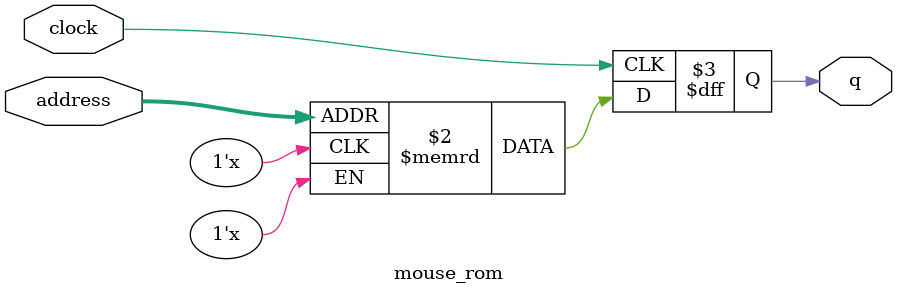
<source format=sv>
module mouse_rom (
	input logic clock,
	input logic [7:0] address,
	output logic [0:0] q
);

logic [0:0] memory [0:255] /* synthesis ram_init_file = "./mouse/mouse.mif" */;

always_ff @ (posedge clock) begin
	q <= memory[address];
end

endmodule

</source>
